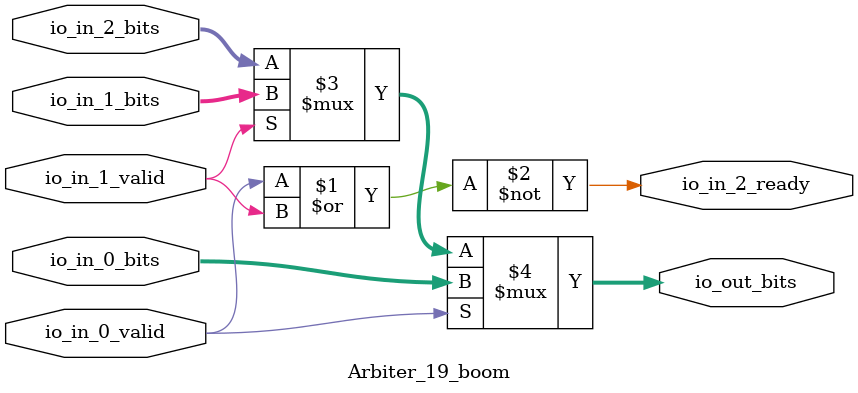
<source format=sv>
`ifndef RANDOMIZE
  `ifdef RANDOMIZE_REG_INIT
    `define RANDOMIZE
  `endif // RANDOMIZE_REG_INIT
`endif // not def RANDOMIZE
`ifndef RANDOMIZE
  `ifdef RANDOMIZE_MEM_INIT
    `define RANDOMIZE
  `endif // RANDOMIZE_MEM_INIT
`endif // not def RANDOMIZE

`ifndef RANDOM
  `define RANDOM $random
`endif // not def RANDOM

// Users can define 'PRINTF_COND' to add an extra gate to prints.
`ifndef PRINTF_COND_
  `ifdef PRINTF_COND
    `define PRINTF_COND_ (`PRINTF_COND)
  `else  // PRINTF_COND
    `define PRINTF_COND_ 1
  `endif // PRINTF_COND
`endif // not def PRINTF_COND_

// Users can define 'ASSERT_VERBOSE_COND' to add an extra gate to assert error printing.
`ifndef ASSERT_VERBOSE_COND_
  `ifdef ASSERT_VERBOSE_COND
    `define ASSERT_VERBOSE_COND_ (`ASSERT_VERBOSE_COND)
  `else  // ASSERT_VERBOSE_COND
    `define ASSERT_VERBOSE_COND_ 1
  `endif // ASSERT_VERBOSE_COND
`endif // not def ASSERT_VERBOSE_COND_

// Users can define 'STOP_COND' to add an extra gate to stop conditions.
`ifndef STOP_COND_
  `ifdef STOP_COND
    `define STOP_COND_ (`STOP_COND)
  `else  // STOP_COND
    `define STOP_COND_ 1
  `endif // STOP_COND
`endif // not def STOP_COND_

// Users can define INIT_RANDOM as general code that gets injected into the
// initializer block for modules with registers.
`ifndef INIT_RANDOM
  `define INIT_RANDOM
`endif // not def INIT_RANDOM

// If using random initialization, you can also define RANDOMIZE_DELAY to
// customize the delay used, otherwise 0.002 is used.
`ifndef RANDOMIZE_DELAY
  `define RANDOMIZE_DELAY 0.002
`endif // not def RANDOMIZE_DELAY

// Define INIT_RANDOM_PROLOG_ for use in our modules below.
`ifndef INIT_RANDOM_PROLOG_
  `ifdef RANDOMIZE
    `ifdef VERILATOR
      `define INIT_RANDOM_PROLOG_ `INIT_RANDOM
    `else  // VERILATOR
      `define INIT_RANDOM_PROLOG_ `INIT_RANDOM #`RANDOMIZE_DELAY begin end
    `endif // VERILATOR
  `else  // RANDOMIZE
    `define INIT_RANDOM_PROLOG_
  `endif // RANDOMIZE
`endif // not def INIT_RANDOM_PROLOG_

module Arbiter_19_boom(
  input        io_in_0_valid,
  input  [4:0] io_in_0_bits,
  input        io_in_1_valid,
  input  [4:0] io_in_1_bits,
               io_in_2_bits,
  output       io_in_2_ready,
  output [4:0] io_out_bits
);

  assign io_in_2_ready = ~(io_in_0_valid | io_in_1_valid);	// @[Arbiter.scala:45:{68,78}]
  assign io_out_bits = io_in_0_valid ? io_in_0_bits : io_in_1_valid ? io_in_1_bits : io_in_2_bits;	// @[Arbiter.scala:136:15, :138:26, :140:19]
endmodule


</source>
